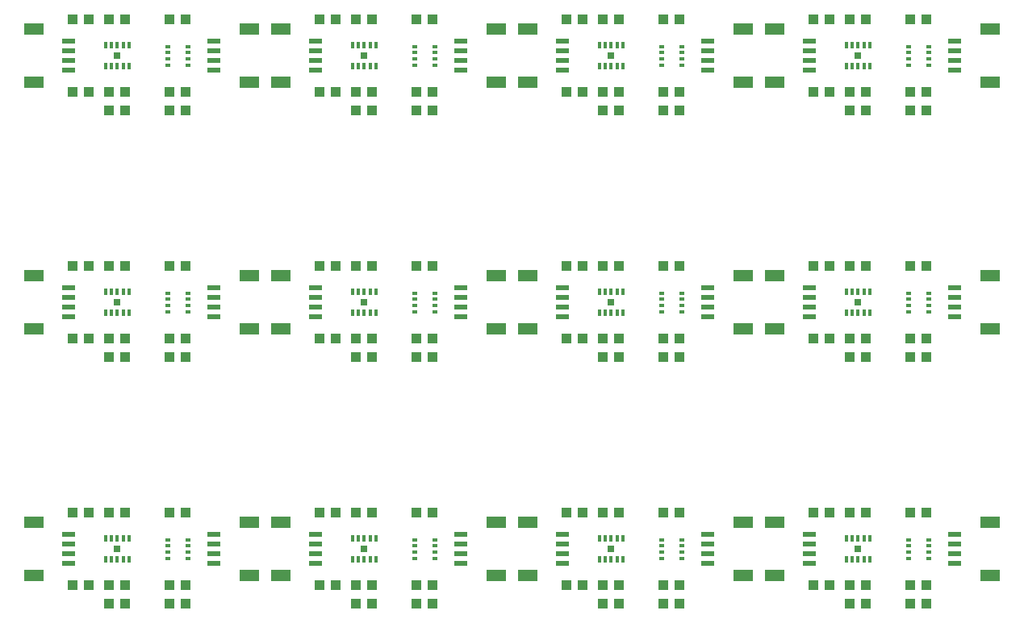
<source format=gtp>
G75*
%MOIN*%
%OFA0B0*%
%FSLAX25Y25*%
%IPPOS*%
%LPD*%
%AMOC8*
5,1,8,0,0,1.08239X$1,22.5*
%
%ADD10R,0.04331X0.03937*%
%ADD11R,0.02756X0.02826*%
%ADD12R,0.01575X0.02756*%
%ADD13R,0.01969X0.01378*%
%ADD14R,0.07874X0.04724*%
%ADD15R,0.05315X0.02362*%
D10*
X0065154Y0095833D03*
X0071846Y0095833D03*
X0071846Y0103333D03*
X0065154Y0103333D03*
X0056846Y0103333D03*
X0050154Y0103333D03*
X0090154Y0103333D03*
X0096846Y0103333D03*
X0096846Y0095833D03*
X0090154Y0095833D03*
X0090154Y0133333D03*
X0096846Y0133333D03*
X0071846Y0133333D03*
X0065154Y0133333D03*
X0056846Y0133333D03*
X0050154Y0133333D03*
X0065154Y0197833D03*
X0065154Y0205333D03*
X0056846Y0205333D03*
X0050154Y0205333D03*
X0071846Y0205333D03*
X0071846Y0197833D03*
X0090154Y0197833D03*
X0096846Y0197833D03*
X0096846Y0205333D03*
X0090154Y0205333D03*
X0090154Y0235333D03*
X0096846Y0235333D03*
X0071846Y0235333D03*
X0065154Y0235333D03*
X0056846Y0235333D03*
X0050154Y0235333D03*
X0065154Y0299833D03*
X0071846Y0299833D03*
X0071846Y0307333D03*
X0065154Y0307333D03*
X0056846Y0307333D03*
X0050154Y0307333D03*
X0050154Y0337333D03*
X0056846Y0337333D03*
X0065154Y0337333D03*
X0071846Y0337333D03*
X0090154Y0337333D03*
X0096846Y0337333D03*
X0096846Y0307333D03*
X0090154Y0307333D03*
X0090154Y0299833D03*
X0096846Y0299833D03*
X0152154Y0307333D03*
X0158846Y0307333D03*
X0167154Y0307333D03*
X0173846Y0307333D03*
X0173846Y0299833D03*
X0167154Y0299833D03*
X0192154Y0299833D03*
X0198846Y0299833D03*
X0198846Y0307333D03*
X0192154Y0307333D03*
X0192154Y0337333D03*
X0198846Y0337333D03*
X0173846Y0337333D03*
X0167154Y0337333D03*
X0158846Y0337333D03*
X0152154Y0337333D03*
X0254154Y0337333D03*
X0260846Y0337333D03*
X0269154Y0337333D03*
X0275846Y0337333D03*
X0294154Y0337333D03*
X0300846Y0337333D03*
X0300846Y0307333D03*
X0294154Y0307333D03*
X0294154Y0299833D03*
X0300846Y0299833D03*
X0275846Y0299833D03*
X0269154Y0299833D03*
X0269154Y0307333D03*
X0275846Y0307333D03*
X0260846Y0307333D03*
X0254154Y0307333D03*
X0356154Y0307333D03*
X0362846Y0307333D03*
X0371154Y0307333D03*
X0377846Y0307333D03*
X0377846Y0299833D03*
X0371154Y0299833D03*
X0396154Y0299833D03*
X0402846Y0299833D03*
X0402846Y0307333D03*
X0396154Y0307333D03*
X0396154Y0337333D03*
X0402846Y0337333D03*
X0377846Y0337333D03*
X0371154Y0337333D03*
X0362846Y0337333D03*
X0356154Y0337333D03*
X0356154Y0235333D03*
X0362846Y0235333D03*
X0371154Y0235333D03*
X0377846Y0235333D03*
X0396154Y0235333D03*
X0402846Y0235333D03*
X0402846Y0205333D03*
X0396154Y0205333D03*
X0396154Y0197833D03*
X0402846Y0197833D03*
X0377846Y0197833D03*
X0371154Y0197833D03*
X0371154Y0205333D03*
X0377846Y0205333D03*
X0362846Y0205333D03*
X0356154Y0205333D03*
X0300846Y0205333D03*
X0294154Y0205333D03*
X0294154Y0197833D03*
X0300846Y0197833D03*
X0275846Y0197833D03*
X0269154Y0197833D03*
X0269154Y0205333D03*
X0275846Y0205333D03*
X0260846Y0205333D03*
X0254154Y0205333D03*
X0254154Y0235333D03*
X0260846Y0235333D03*
X0269154Y0235333D03*
X0275846Y0235333D03*
X0294154Y0235333D03*
X0300846Y0235333D03*
X0198846Y0235333D03*
X0192154Y0235333D03*
X0173846Y0235333D03*
X0167154Y0235333D03*
X0158846Y0235333D03*
X0152154Y0235333D03*
X0152154Y0205333D03*
X0158846Y0205333D03*
X0167154Y0205333D03*
X0167154Y0197833D03*
X0173846Y0197833D03*
X0173846Y0205333D03*
X0192154Y0205333D03*
X0198846Y0205333D03*
X0198846Y0197833D03*
X0192154Y0197833D03*
X0192154Y0133333D03*
X0198846Y0133333D03*
X0173846Y0133333D03*
X0167154Y0133333D03*
X0158846Y0133333D03*
X0152154Y0133333D03*
X0152154Y0103333D03*
X0158846Y0103333D03*
X0167154Y0103333D03*
X0173846Y0103333D03*
X0173846Y0095833D03*
X0167154Y0095833D03*
X0192154Y0095833D03*
X0198846Y0095833D03*
X0198846Y0103333D03*
X0192154Y0103333D03*
X0254154Y0103333D03*
X0260846Y0103333D03*
X0269154Y0103333D03*
X0275846Y0103333D03*
X0275846Y0095833D03*
X0269154Y0095833D03*
X0294154Y0095833D03*
X0300846Y0095833D03*
X0300846Y0103333D03*
X0294154Y0103333D03*
X0294154Y0133333D03*
X0300846Y0133333D03*
X0275846Y0133333D03*
X0269154Y0133333D03*
X0260846Y0133333D03*
X0254154Y0133333D03*
X0356154Y0133333D03*
X0362846Y0133333D03*
X0371154Y0133333D03*
X0377846Y0133333D03*
X0396154Y0133333D03*
X0402846Y0133333D03*
X0402846Y0103333D03*
X0396154Y0103333D03*
X0396154Y0095833D03*
X0402846Y0095833D03*
X0377846Y0095833D03*
X0371154Y0095833D03*
X0371154Y0103333D03*
X0377846Y0103333D03*
X0362846Y0103333D03*
X0356154Y0103333D03*
D11*
X0374303Y0118333D03*
X0272303Y0118333D03*
X0170303Y0118333D03*
X0068303Y0118333D03*
X0068303Y0220333D03*
X0170303Y0220333D03*
X0272303Y0220333D03*
X0374303Y0220333D03*
X0374303Y0322333D03*
X0272303Y0322333D03*
X0170303Y0322333D03*
X0068303Y0322333D03*
D12*
X0068500Y0318003D03*
X0070862Y0318003D03*
X0073224Y0318003D03*
X0066138Y0318003D03*
X0063776Y0318003D03*
X0063776Y0326664D03*
X0066138Y0326664D03*
X0068500Y0326664D03*
X0070862Y0326664D03*
X0073224Y0326664D03*
X0165776Y0326664D03*
X0168138Y0326664D03*
X0170500Y0326664D03*
X0172862Y0326664D03*
X0175224Y0326664D03*
X0175224Y0318003D03*
X0172862Y0318003D03*
X0170500Y0318003D03*
X0168138Y0318003D03*
X0165776Y0318003D03*
X0267776Y0318003D03*
X0270138Y0318003D03*
X0272500Y0318003D03*
X0274862Y0318003D03*
X0277224Y0318003D03*
X0277224Y0326664D03*
X0274862Y0326664D03*
X0272500Y0326664D03*
X0270138Y0326664D03*
X0267776Y0326664D03*
X0369776Y0326664D03*
X0372138Y0326664D03*
X0374500Y0326664D03*
X0376862Y0326664D03*
X0379224Y0326664D03*
X0379224Y0318003D03*
X0376862Y0318003D03*
X0374500Y0318003D03*
X0372138Y0318003D03*
X0369776Y0318003D03*
X0369776Y0224664D03*
X0372138Y0224664D03*
X0374500Y0224664D03*
X0376862Y0224664D03*
X0379224Y0224664D03*
X0379224Y0216003D03*
X0376862Y0216003D03*
X0374500Y0216003D03*
X0372138Y0216003D03*
X0369776Y0216003D03*
X0277224Y0216003D03*
X0274862Y0216003D03*
X0272500Y0216003D03*
X0270138Y0216003D03*
X0267776Y0216003D03*
X0267776Y0224664D03*
X0270138Y0224664D03*
X0272500Y0224664D03*
X0274862Y0224664D03*
X0277224Y0224664D03*
X0175224Y0224664D03*
X0172862Y0224664D03*
X0170500Y0224664D03*
X0168138Y0224664D03*
X0165776Y0224664D03*
X0165776Y0216003D03*
X0168138Y0216003D03*
X0170500Y0216003D03*
X0172862Y0216003D03*
X0175224Y0216003D03*
X0073224Y0216003D03*
X0070862Y0216003D03*
X0068500Y0216003D03*
X0066138Y0216003D03*
X0063776Y0216003D03*
X0063776Y0224664D03*
X0066138Y0224664D03*
X0068500Y0224664D03*
X0070862Y0224664D03*
X0073224Y0224664D03*
X0073224Y0122664D03*
X0070862Y0122664D03*
X0068500Y0122664D03*
X0066138Y0122664D03*
X0063776Y0122664D03*
X0063776Y0114003D03*
X0066138Y0114003D03*
X0068500Y0114003D03*
X0070862Y0114003D03*
X0073224Y0114003D03*
X0165776Y0114003D03*
X0168138Y0114003D03*
X0170500Y0114003D03*
X0172862Y0114003D03*
X0175224Y0114003D03*
X0175224Y0122664D03*
X0172862Y0122664D03*
X0170500Y0122664D03*
X0168138Y0122664D03*
X0165776Y0122664D03*
X0267776Y0122664D03*
X0270138Y0122664D03*
X0272500Y0122664D03*
X0274862Y0122664D03*
X0277224Y0122664D03*
X0277224Y0114003D03*
X0274862Y0114003D03*
X0272500Y0114003D03*
X0270138Y0114003D03*
X0267776Y0114003D03*
X0369776Y0114003D03*
X0372138Y0114003D03*
X0374500Y0114003D03*
X0376862Y0114003D03*
X0379224Y0114003D03*
X0379224Y0122664D03*
X0376862Y0122664D03*
X0374500Y0122664D03*
X0372138Y0122664D03*
X0369776Y0122664D03*
D13*
X0395465Y0122172D03*
X0395465Y0119613D03*
X0395465Y0117054D03*
X0395465Y0114495D03*
X0403535Y0114495D03*
X0403535Y0117054D03*
X0403535Y0119613D03*
X0403535Y0122172D03*
X0301535Y0122172D03*
X0301535Y0119613D03*
X0301535Y0117054D03*
X0301535Y0114495D03*
X0293465Y0114495D03*
X0293465Y0117054D03*
X0293465Y0119613D03*
X0293465Y0122172D03*
X0199535Y0122172D03*
X0199535Y0119613D03*
X0199535Y0117054D03*
X0199535Y0114495D03*
X0191465Y0114495D03*
X0191465Y0117054D03*
X0191465Y0119613D03*
X0191465Y0122172D03*
X0097535Y0122172D03*
X0097535Y0119613D03*
X0097535Y0117054D03*
X0097535Y0114495D03*
X0089465Y0114495D03*
X0089465Y0117054D03*
X0089465Y0119613D03*
X0089465Y0122172D03*
X0089465Y0216495D03*
X0089465Y0219054D03*
X0089465Y0221613D03*
X0089465Y0224172D03*
X0097535Y0224172D03*
X0097535Y0221613D03*
X0097535Y0219054D03*
X0097535Y0216495D03*
X0191465Y0216495D03*
X0191465Y0219054D03*
X0191465Y0221613D03*
X0191465Y0224172D03*
X0199535Y0224172D03*
X0199535Y0221613D03*
X0199535Y0219054D03*
X0199535Y0216495D03*
X0293465Y0216495D03*
X0293465Y0219054D03*
X0293465Y0221613D03*
X0293465Y0224172D03*
X0301535Y0224172D03*
X0301535Y0221613D03*
X0301535Y0219054D03*
X0301535Y0216495D03*
X0395465Y0216495D03*
X0395465Y0219054D03*
X0395465Y0221613D03*
X0395465Y0224172D03*
X0403535Y0224172D03*
X0403535Y0221613D03*
X0403535Y0219054D03*
X0403535Y0216495D03*
X0403535Y0318495D03*
X0403535Y0321054D03*
X0403535Y0323613D03*
X0403535Y0326172D03*
X0395465Y0326172D03*
X0395465Y0323613D03*
X0395465Y0321054D03*
X0395465Y0318495D03*
X0301535Y0318495D03*
X0301535Y0321054D03*
X0301535Y0323613D03*
X0301535Y0326172D03*
X0293465Y0326172D03*
X0293465Y0323613D03*
X0293465Y0321054D03*
X0293465Y0318495D03*
X0199535Y0318495D03*
X0199535Y0321054D03*
X0199535Y0323613D03*
X0199535Y0326172D03*
X0191465Y0326172D03*
X0191465Y0323613D03*
X0191465Y0321054D03*
X0191465Y0318495D03*
X0097535Y0318495D03*
X0097535Y0321054D03*
X0097535Y0323613D03*
X0097535Y0326172D03*
X0089465Y0326172D03*
X0089465Y0323613D03*
X0089465Y0321054D03*
X0089465Y0318495D03*
D14*
X0122969Y0311310D03*
X0136031Y0311310D03*
X0136031Y0333357D03*
X0122969Y0333357D03*
X0034031Y0333357D03*
X0034031Y0311310D03*
X0034031Y0231357D03*
X0034031Y0209310D03*
X0122969Y0209310D03*
X0136031Y0209310D03*
X0136031Y0231357D03*
X0122969Y0231357D03*
X0224969Y0231357D03*
X0238031Y0231357D03*
X0238031Y0209310D03*
X0224969Y0209310D03*
X0326969Y0209310D03*
X0340031Y0209310D03*
X0340031Y0231357D03*
X0326969Y0231357D03*
X0428969Y0231357D03*
X0428969Y0209310D03*
X0428969Y0129357D03*
X0428969Y0107310D03*
X0340031Y0107310D03*
X0326969Y0107310D03*
X0326969Y0129357D03*
X0340031Y0129357D03*
X0238031Y0129357D03*
X0224969Y0129357D03*
X0224969Y0107310D03*
X0238031Y0107310D03*
X0136031Y0107310D03*
X0122969Y0107310D03*
X0122969Y0129357D03*
X0136031Y0129357D03*
X0034031Y0129357D03*
X0034031Y0107310D03*
X0224969Y0311310D03*
X0238031Y0311310D03*
X0238031Y0333357D03*
X0224969Y0333357D03*
X0326969Y0333357D03*
X0340031Y0333357D03*
X0340031Y0311310D03*
X0326969Y0311310D03*
X0428969Y0311310D03*
X0428969Y0333357D03*
D15*
X0414500Y0328239D03*
X0414500Y0324302D03*
X0414500Y0320365D03*
X0414500Y0316428D03*
X0354500Y0316428D03*
X0354500Y0320365D03*
X0354500Y0324302D03*
X0354500Y0328239D03*
X0312500Y0328239D03*
X0312500Y0324302D03*
X0312500Y0320365D03*
X0312500Y0316428D03*
X0252500Y0316428D03*
X0252500Y0320365D03*
X0252500Y0324302D03*
X0252500Y0328239D03*
X0210500Y0328239D03*
X0210500Y0324302D03*
X0210500Y0320365D03*
X0210500Y0316428D03*
X0150500Y0316428D03*
X0150500Y0320365D03*
X0150500Y0324302D03*
X0150500Y0328239D03*
X0108500Y0328239D03*
X0108500Y0324302D03*
X0108500Y0320365D03*
X0108500Y0316428D03*
X0048500Y0316428D03*
X0048500Y0320365D03*
X0048500Y0324302D03*
X0048500Y0328239D03*
X0048500Y0226239D03*
X0048500Y0222302D03*
X0048500Y0218365D03*
X0048500Y0214428D03*
X0108500Y0214428D03*
X0108500Y0218365D03*
X0108500Y0222302D03*
X0108500Y0226239D03*
X0150500Y0226239D03*
X0150500Y0222302D03*
X0150500Y0218365D03*
X0150500Y0214428D03*
X0210500Y0214428D03*
X0210500Y0218365D03*
X0210500Y0222302D03*
X0210500Y0226239D03*
X0252500Y0226239D03*
X0252500Y0222302D03*
X0252500Y0218365D03*
X0252500Y0214428D03*
X0312500Y0214428D03*
X0312500Y0218365D03*
X0312500Y0222302D03*
X0312500Y0226239D03*
X0354500Y0226239D03*
X0354500Y0222302D03*
X0354500Y0218365D03*
X0354500Y0214428D03*
X0414500Y0214428D03*
X0414500Y0218365D03*
X0414500Y0222302D03*
X0414500Y0226239D03*
X0414500Y0124239D03*
X0414500Y0120302D03*
X0414500Y0116365D03*
X0414500Y0112428D03*
X0354500Y0112428D03*
X0354500Y0116365D03*
X0354500Y0120302D03*
X0354500Y0124239D03*
X0312500Y0124239D03*
X0312500Y0120302D03*
X0312500Y0116365D03*
X0312500Y0112428D03*
X0252500Y0112428D03*
X0252500Y0116365D03*
X0252500Y0120302D03*
X0252500Y0124239D03*
X0210500Y0124239D03*
X0210500Y0120302D03*
X0210500Y0116365D03*
X0210500Y0112428D03*
X0150500Y0112428D03*
X0150500Y0116365D03*
X0150500Y0120302D03*
X0150500Y0124239D03*
X0108500Y0124239D03*
X0108500Y0120302D03*
X0108500Y0116365D03*
X0108500Y0112428D03*
X0048500Y0112428D03*
X0048500Y0116365D03*
X0048500Y0120302D03*
X0048500Y0124239D03*
M02*

</source>
